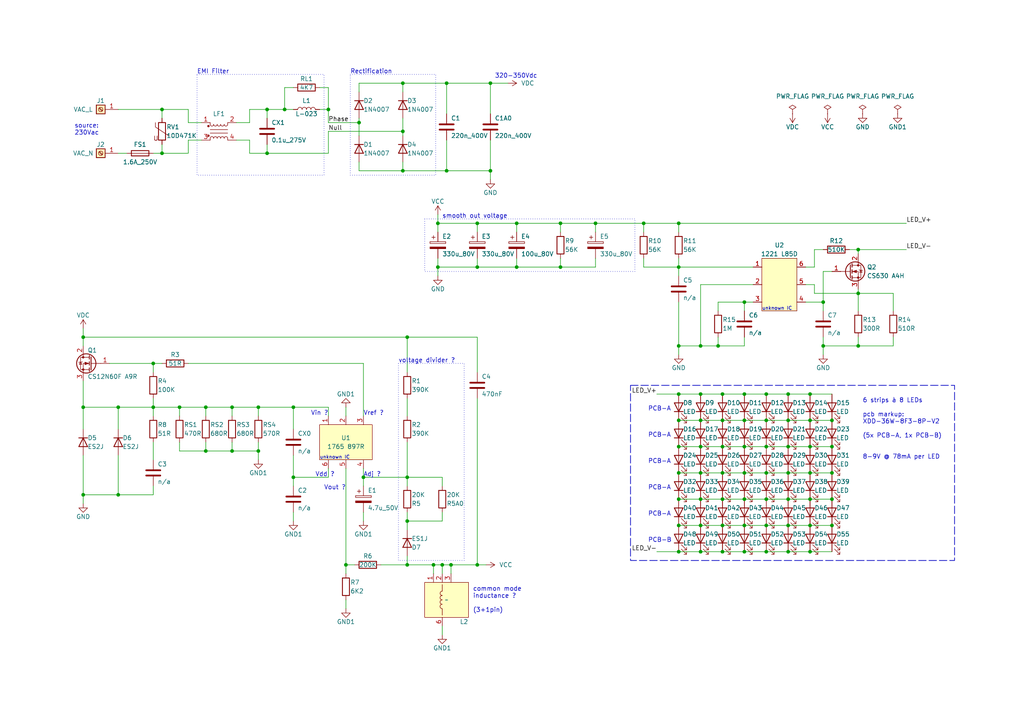
<source format=kicad_sch>
(kicad_sch (version 20230121) (generator eeschema)
  (paper "A4")
  (title_block (title "LED controller: XDD-1765-EMC-B-V0") (date "2024-02-03") (rev "1.0") (comment 1 "Lamp: EGLO 97879 - Frania-S, 43cm, round, 33.5W") (comment 2 "Controller: RCL-A-36W") (comment 3 "Input: 220-240V AC 50/60Hz 172mA") (comment 4 "Output: 54V DC 620mA") (comment 5 "48 LEDs (6 strips à 8 LEDs)"))
  (lib_symbols
    (symbol "Connector:Screw_Terminal_01x01" (pin_names (offset 1.016) hide)
      (property "Reference" "J" (at 0 2.54 0))
      (property "Value" "Screw_Terminal_01x01" (at 0 -2.54 0))
      (symbol "Screw_Terminal_01x01_1_1"
        (pin passive line (at -5.08 0 0) (length 3.81) (name "Pin_1") (number "1"))
      )
    )
    (symbol "Device:C" (pin_numbers hide) (pin_names (offset 0.254))
      (property "Reference" "C" (at 0.635 2.54 0))
      (property "Value" "C" (at 0.635 -2.54 0))
      (symbol "C_1_1"
        (pin passive line (at 0 3.81 270) (length 2.794) (name "~") (number "1"))
        (pin passive line (at 0 -3.81 90) (length 2.794) (name "~") (number "2"))
      )
    )
    (symbol "Device:C_Polarized" (pin_numbers hide) (pin_names (offset 0.254))
      (property "Reference" "C" (at 0.635 2.54 0))
      (property "Value" "C_Polarized" (at 0.635 -2.54 0))
      (symbol "C_Polarized_1_1"
        (pin passive line (at 0 3.81 270) (length 2.794) (name "~") (number "1"))
        (pin passive line (at 0 -3.81 90) (length 2.794) (name "~") (number "2"))
      )
    )
    (symbol "Device:Fuse" (pin_numbers hide) (pin_names (offset 0))
      (property "Reference" "F" (at 2.032 0 90))
      (property "Value" "Fuse" (at -1.905 0 90))
      (symbol "Fuse_1_1"
        (pin passive line (at 0 3.81 270) (length 1.27) (name "~") (number "1"))
        (pin passive line (at 0 -3.81 90) (length 1.27) (name "~") (number "2"))
      )
    )
    (symbol "Device:L" (pin_numbers hide) (pin_names (offset 1.016) hide)
      (property "Reference" "L" (at -1.27 0 90))
      (property "Value" "L" (at 1.905 0 90))
      (symbol "L_1_1"
        (pin passive line (at 0 3.81 270) (length 1.27) (name "1") (number "1"))
        (pin passive line (at 0 -3.81 90) (length 1.27) (name "2") (number "2"))
      )
    )
    (symbol "Device:LED" (pin_numbers hide) (pin_names (offset 1.016) hide)
      (property "Reference" "D" (at 0 2.54 0))
      (property "Value" "LED" (at 0 -2.54 0))
      (symbol "LED_1_1"
        (pin passive line (at -3.81 0 0) (length 2.54) (name "K") (number "1"))
        (pin passive line (at 3.81 0 180) (length 2.54) (name "A") (number "2"))
      )
    )
    (symbol "Device:L_Iron_Coupled" (pin_names (offset 0.254) hide)
      (property "Reference" "L" (at 0 4.445 0))
      (property "Value" "L_Iron_Coupled" (at 0 -4.445 0))
      (symbol "L_Iron_Coupled_1_1"
        (pin passive line (at -5.08 2.54 0) (length 2.54) (name "1") (number "1"))
        (pin passive line (at 5.08 2.54 180) (length 2.54) (name "2") (number "2"))
        (pin passive line (at -5.08 -2.54 0) (length 2.54) (name "3") (number "3"))
        (pin passive line (at 5.08 -2.54 180) (length 2.54) (name "4") (number "4"))
      )
    )
    (symbol "Device:R" (pin_numbers hide) (pin_names (offset 0))
      (property "Reference" "R" (at 2.032 0 90))
      (property "Value" "R" (at 0 0 90))
      (symbol "R_1_1"
        (pin passive line (at 0 3.81 270) (length 1.27) (name "~") (number "1"))
        (pin passive line (at 0 -3.81 90) (length 1.27) (name "~") (number "2"))
      )
    )
    (symbol "Device:Varistor" (pin_numbers hide) (pin_names (offset 0))
      (property "Reference" "RV" (at 3.175 0 90))
      (property "Value" "Varistor" (at -3.175 0 90))
      (symbol "Varistor_0_0"
        (text "U" (at -1.778 -2.032 0) (effects (font (size 1.27 1.27))))
      )
      (symbol "Varistor_1_1"
        (pin passive line (at 0 3.81 270) (length 1.27) (name "~") (number "1"))
        (pin passive line (at 0 -3.81 90) (length 1.27) (name "~") (number "2"))
      )
    )
    (symbol "Diode:1N4007" (pin_numbers hide) (pin_names hide)
      (property "Reference" "D" (at 0 2.54 0))
      (property "Value" "1N4007" (at 0 -2.54 0))
      (symbol "1N4007_1_1"
        (pin passive line (at -3.81 0 0) (length 2.54) (name "K") (number "1"))
        (pin passive line (at 3.81 0 180) (length 2.54) (name "A") (number "2"))
      )
    )
    (symbol "Diode:S2JTR" (pin_numbers hide) (pin_names hide)
      (property "Reference" "D" (at 0 2.54 0))
      (property "Value" "S2JTR" (at 0 -2.54 0))
      (symbol "S2JTR_1_1"
        (pin passive line (at -3.81 0 0) (length 2.54) (name "K") (number "1"))
        (pin passive line (at 3.81 0 180) (length 2.54) (name "A") (number "2"))
      )
    )
    (symbol "ProjectLibrary:IC_1221_L85D"
      (property "Reference" "U" (at 0 1.27 0))
      (property "Value" "1221_L85D" (at 0 -1.27 0))
      (symbol "IC_1221_L85D_1_1"
        (pin unspecified line (at -5.08 -7.62 90) (length 2.54) (name "") (number "1"))
        (pin unspecified line (at 0 -7.62 90) (length 2.54) (name "") (number "2"))
        (pin unspecified line (at 5.08 -7.62 90) (length 2.54) (name "") (number "3"))
        (pin unspecified line (at 5.08 7.62 270) (length 2.54) (name "") (number "4"))
        (pin unspecified line (at 0 7.62 270) (length 2.54) (name "") (number "5"))
        (pin unspecified line (at -5.08 7.62 270) (length 2.54) (name "") (number "6"))
      )
    )
    (symbol "ProjectLibrary:IC_1765_897R"
      (property "Reference" "U" (at 0 1.27 0))
      (property "Value" "1765_897R" (at 0 -1.27 0))
      (symbol "IC_1765_897R_1_1"
        (pin unspecified line (at -5.08 -7.62 90) (length 2.54) (name "") (number "1"))
        (pin unspecified line (at 0 -7.62 90) (length 2.54) (name "") (number "2"))
        (pin unspecified line (at 5.08 -7.62 90) (length 2.54) (name "") (number "3"))
        (pin unspecified line (at 5.08 7.62 270) (length 2.54) (name "") (number "4"))
        (pin unspecified line (at 0 7.62 270) (length 2.54) (name "") (number "5"))
        (pin unspecified line (at -5.08 7.62 270) (length 2.54) (name "") (number "6"))
      )
    )
    (symbol "ProjectLibrary:unknown_L"
      (property "Reference" "L" (at 0 0 0))
      (symbol "unknown_L_1_1"
        (pin unspecified line (at -3.81 7.62 270) (length 2.54) (name "") (number "1"))
        (pin unspecified line (at -1.27 7.62 270) (length 2.54) (name "") (number "2"))
        (pin unspecified line (at 1.27 7.62 270) (length 2.54) (name "") (number "3"))
        (pin no_connect line (at 3.81 7.62 270) (length 2.54) hide (name "") (number "4"))
        (pin no_connect line (at -3.81 -7.62 90) (length 2.54) hide (name "") (number "5"))
        (pin unspecified line (at -1.27 -7.62 90) (length 2.54) (name "") (number "6"))
        (pin no_connect line (at 1.27 -7.62 90) (length 2.54) hide (name "") (number "7"))
        (pin no_connect line (at 3.81 -7.62 90) (length 2.54) hide (name "") (number "8"))
      )
    )
    (symbol "Transistor_FET:BUZ11" (pin_names hide)
      (property "Reference" "Q" (at 6.35 1.905 0))
      (property "Value" "BUZ11" (at 6.35 0 0))
      (symbol "BUZ11_1_1"
        (pin input line (at -5.08 0 0) (length 2.54) (name "G") (number "1"))
        (pin passive line (at 2.54 5.08 270) (length 2.54) (name "D") (number "2"))
        (pin passive line (at 2.54 -5.08 90) (length 2.54) (name "S") (number "3"))
      )
    )
    (symbol "Transistor_FET:QM6006D" (pin_names hide)
      (property "Reference" "Q" (at 5.08 1.905 0))
      (property "Value" "QM6006D" (at 5.08 0 0))
      (symbol "QM6006D_1_1"
        (pin input line (at -5.08 0 0) (length 2.54) (name "G") (number "1"))
        (pin passive line (at 2.54 5.08 270) (length 2.54) (name "D") (number "2"))
        (pin passive line (at 2.54 -5.08 90) (length 2.54) (name "S") (number "3"))
      )
    )
    (symbol "power:GND" (power) (pin_names (offset 0))
      (property "Value" "GND" (at 0 -3.81 0))
      (symbol "GND_1_1"
        (pin power_in line (at 0 0 270) (length 0) hide (name "GND") (number "1"))
      )
    )
    (symbol "power:GND1" (power) (pin_names (offset 0))
      (property "Value" "GND1" (at 0 -3.81 0))
      (symbol "GND1_1_1"
        (pin power_in line (at 0 0 270) (length 0) hide (name "GND1") (number "1"))
      )
    )
    (symbol "power:PWR_FLAG" (power) (pin_numbers hide) (pin_names (offset 0) hide)
      (property "Value" "PWR_FLAG" (at 0 3.81 0))
      (symbol "PWR_FLAG_0_0"
        (pin power_out line (at 0 0 90) (length 0) (name "pwr") (number "1"))
      )
    )
    (symbol "power:VCC" (power) (pin_names (offset 0))
      (property "Value" "VCC" (at 0 3.81 0))
      (symbol "VCC_1_1"
        (pin power_in line (at 0 0 90) (length 0) hide (name "VCC") (number "1"))
      )
    )
    (symbol "power:VDC" (power) (pin_names (offset 0))
      (property "Value" "VDC" (at 0 6.35 0))
      (symbol "VDC_1_1"
        (pin power_in line (at 0 0 90) (length 0) hide (name "VDC") (number "1"))
      )
    )
  )
  (junction (at 209.55 114.3))
  (junction (at 234.95 160.02))
  (junction (at 46.99 44.45))
  (junction (at 129.54 49.53))
  (junction (at 196.85 121.92))
  (junction (at 203.2 129.54))
  (junction (at 215.9 114.3))
  (junction (at 24.13 143.51))
  (junction (at 248.92 100.33))
  (junction (at 215.9 87.63))
  (junction (at 228.6 121.92))
  (junction (at 241.3 137.16))
  (junction (at 196.85 64.77))
  (junction (at 203.2 114.3))
  (junction (at 208.28 100.33))
  (junction (at 228.6 152.4))
  (junction (at 196.85 114.3))
  (junction (at 138.43 77.47))
  (junction (at 209.55 160.02))
  (junction (at 149.86 64.77))
  (junction (at 222.25 144.78))
  (junction (at 128.27 163.83))
  (junction (at 85.09 118.11))
  (junction (at 52.07 118.11))
  (junction (at 116.84 24.13))
  (junction (at 59.69 118.11))
  (junction (at 234.95 152.4))
  (junction (at 222.25 152.4))
  (junction (at 149.86 77.47))
  (junction (at 203.2 137.16))
  (junction (at 238.76 100.33))
  (junction (at 241.3 121.92))
  (junction (at 196.85 100.33))
  (junction (at 234.95 144.78))
  (junction (at 241.3 144.78))
  (junction (at 95.25 31.75))
  (junction (at 138.43 163.83))
  (junction (at 248.92 85.09))
  (junction (at 196.85 152.4))
  (junction (at 129.54 24.13))
  (junction (at 77.47 31.75))
  (junction (at 125.73 163.83))
  (junction (at 196.85 129.54))
  (junction (at 34.29 143.51))
  (junction (at 138.43 64.77))
  (junction (at 209.55 137.16))
  (junction (at 24.13 97.79))
  (junction (at 234.95 114.3))
  (junction (at 127 64.77))
  (junction (at 215.9 121.92))
  (junction (at 59.69 130.81))
  (junction (at 228.6 129.54))
  (junction (at 118.11 97.79))
  (junction (at 104.14 35.56))
  (junction (at 142.24 24.13))
  (junction (at 142.24 49.53))
  (junction (at 209.55 121.92))
  (junction (at 85.09 138.43))
  (junction (at 238.76 87.63))
  (junction (at 203.2 144.78))
  (junction (at 162.56 77.47))
  (junction (at 228.6 160.02))
  (junction (at 82.55 31.75))
  (junction (at 116.84 38.1))
  (junction (at 186.69 64.77))
  (junction (at 248.92 72.39))
  (junction (at 209.55 152.4))
  (junction (at 24.13 118.11))
  (junction (at 196.85 77.47))
  (junction (at 222.25 137.16))
  (junction (at 209.55 144.78))
  (junction (at 34.29 118.11))
  (junction (at 222.25 160.02))
  (junction (at 203.2 152.4))
  (junction (at 241.3 129.54))
  (junction (at 241.3 152.4))
  (junction (at 234.95 137.16))
  (junction (at 234.95 121.92))
  (junction (at 215.9 137.16))
  (junction (at 234.95 129.54))
  (junction (at 222.25 129.54))
  (junction (at 74.93 130.81))
  (junction (at 196.85 160.02))
  (junction (at 46.99 31.75))
  (junction (at 118.11 151.13))
  (junction (at 222.25 121.92))
  (junction (at 127 77.47))
  (junction (at 172.72 64.77))
  (junction (at 196.85 144.78))
  (junction (at 77.47 44.45))
  (junction (at 118.11 138.43))
  (junction (at 215.9 152.4))
  (junction (at 74.93 118.11))
  (junction (at 100.33 163.83))
  (junction (at 118.11 163.83))
  (junction (at 116.84 49.53))
  (junction (at 209.55 129.54))
  (junction (at 228.6 137.16))
  (junction (at 162.56 64.77))
  (junction (at 196.85 137.16))
  (junction (at 44.45 105.41))
  (junction (at 203.2 160.02))
  (junction (at 215.9 160.02))
  (junction (at 215.9 144.78))
  (junction (at 105.41 138.43))
  (junction (at 228.6 114.3))
  (junction (at 130.81 163.83))
  (junction (at 67.31 130.81))
  (junction (at 44.45 118.11))
  (junction (at 222.25 114.3))
  (junction (at 228.6 144.78))
  (junction (at 215.9 129.54))
  (junction (at 203.2 121.92))
  (junction (at 67.31 118.11))
  (junction (at 203.2 100.33))
  (wire (pts (xy 238.76 78.74) (xy 238.76 87.63)))
  (wire (pts (xy 209.55 129.54) (xy 215.9 129.54)))
  (wire (pts (xy 196.85 137.16) (xy 203.2 137.16)))
  (wire (pts (xy 116.84 34.29) (xy 116.84 38.1)))
  (wire (pts (xy 85.09 25.4) (xy 82.55 25.4)))
  (wire (pts (xy 118.11 163.83) (xy 118.11 161.29)))
  (wire (pts (xy 130.81 163.83) (xy 138.43 163.83)))
  (wire (pts (xy 222.25 129.54) (xy 228.6 129.54)))
  (wire (pts (xy 138.43 77.47) (xy 127 77.47)))
  (wire (pts (xy 72.39 35.56) (xy 72.39 31.75)))
  (wire (pts (xy 234.95 160.02) (xy 241.3 160.02)))
  (wire (pts (xy 149.86 77.47) (xy 162.56 77.47)))
  (wire (pts (xy 95.25 38.1) (xy 116.84 38.1)))
  (wire (pts (xy 215.9 97.79) (xy 215.9 100.33)))
  (wire (pts (xy 186.69 64.77) (xy 196.85 64.77)))
  (wire (pts (xy 203.2 137.16) (xy 209.55 137.16)))
  (wire (pts (xy 95.25 31.75) (xy 95.25 35.56)))
  (wire (pts (xy 228.6 137.16) (xy 234.95 137.16)))
  (wire (pts (xy 44.45 128.27) (xy 44.45 133.35)))
  (wire (pts (xy 215.9 137.16) (xy 222.25 137.16)))
  (wire (pts (xy 236.22 72.39) (xy 236.22 77.47)))
  (wire (pts (xy 95.25 135.89) (xy 95.25 138.43)))
  (wire (pts (xy 100.33 135.89) (xy 100.33 163.83)))
  (wire (pts (xy 140.97 163.83) (xy 138.43 163.83)))
  (wire (pts (xy 54.61 105.41) (xy 105.41 105.41)))
  (wire (pts (xy 128.27 148.59) (xy 128.27 151.13)))
  (wire (pts (xy 104.14 34.29) (xy 104.14 35.56)))
  (wire (pts (xy 222.25 121.92) (xy 228.6 121.92)))
  (wire (pts (xy 95.25 35.56) (xy 104.14 35.56)))
  (wire (pts (xy 52.07 118.11) (xy 59.69 118.11)))
  (wire (pts (xy 238.76 100.33) (xy 248.92 100.33)))
  (wire (pts (xy 118.11 97.79) (xy 118.11 107.95)))
  (wire (pts (xy 129.54 40.64) (xy 129.54 49.53)))
  (wire (pts (xy 59.69 118.11) (xy 59.69 120.65)))
  (wire (pts (xy 236.22 82.55) (xy 236.22 85.09)))
  (wire (pts (xy 234.95 144.78) (xy 241.3 144.78)))
  (wire (pts (xy 209.55 144.78) (xy 215.9 144.78)))
  (wire (pts (xy 118.11 138.43) (xy 128.27 138.43)))
  (wire (pts (xy 209.55 160.02) (xy 215.9 160.02)))
  (wire (pts (xy 215.9 152.4) (xy 222.25 152.4)))
  (wire (pts (xy 34.29 143.51) (xy 34.29 132.08)))
  (wire (pts (xy 52.07 118.11) (xy 52.07 120.65)))
  (wire (pts (xy 34.29 118.11) (xy 24.13 118.11)))
  (wire (pts (xy 104.14 24.13) (xy 116.84 24.13)))
  (wire (pts (xy 228.6 152.4) (xy 234.95 152.4)))
  (wire (pts (xy 118.11 163.83) (xy 125.73 163.83)))
  (wire (pts (xy 44.45 115.57) (xy 44.45 118.11)))
  (wire (pts (xy 104.14 49.53) (xy 116.84 49.53)))
  (wire (pts (xy 233.68 82.55) (xy 236.22 82.55)))
  (wire (pts (xy 162.56 74.93) (xy 162.56 77.47)))
  (wire (pts (xy 118.11 138.43) (xy 118.11 140.97)))
  (wire (pts (xy 142.24 49.53) (xy 129.54 49.53)))
  (wire (pts (xy 74.93 118.11) (xy 85.09 118.11)))
  (wire (pts (xy 162.56 67.31) (xy 162.56 64.77)))
  (wire (pts (xy 44.45 140.97) (xy 44.45 143.51)))
  (wire (pts (xy 162.56 77.47) (xy 172.72 77.47)))
  (wire (pts (xy 234.95 121.92) (xy 241.3 121.92)))
  (wire (pts (xy 116.84 38.1) (xy 116.84 39.37)))
  (wire (pts (xy 203.2 100.33) (xy 203.2 82.55)))
  (wire (pts (xy 129.54 24.13) (xy 116.84 24.13)))
  (wire (pts (xy 138.43 64.77) (xy 138.43 67.31)))
  (wire (pts (xy 24.13 132.08) (xy 24.13 143.51)))
  (wire (pts (xy 125.73 163.83) (xy 128.27 163.83)))
  (wire (pts (xy 125.73 163.83) (xy 125.73 166.37)))
  (wire (pts (xy 248.92 100.33) (xy 259.08 100.33)))
  (wire (pts (xy 118.11 151.13) (xy 128.27 151.13)))
  (wire (pts (xy 54.61 44.45) (xy 46.99 44.45)))
  (wire (pts (xy 228.6 129.54) (xy 234.95 129.54)))
  (wire (pts (xy 24.13 110.49) (xy 24.13 118.11)))
  (wire (pts (xy 228.6 160.02) (xy 234.95 160.02)))
  (wire (pts (xy 246.38 72.39) (xy 248.92 72.39)))
  (wire (pts (xy 203.2 82.55) (xy 218.44 82.55)))
  (wire (pts (xy 142.24 40.64) (xy 142.24 49.53)))
  (wire (pts (xy 209.55 137.16) (xy 215.9 137.16)))
  (wire (pts (xy 222.25 137.16) (xy 228.6 137.16)))
  (wire (pts (xy 105.41 148.59) (xy 105.41 151.13)))
  (wire (pts (xy 234.95 152.4) (xy 241.3 152.4)))
  (wire (pts (xy 34.29 44.45) (xy 36.83 44.45)))
  (wire (pts (xy 24.13 97.79) (xy 118.11 97.79)))
  (wire (pts (xy 24.13 143.51) (xy 34.29 143.51)))
  (wire (pts (xy 186.69 64.77) (xy 186.69 67.31)))
  (wire (pts (xy 74.93 130.81) (xy 74.93 133.35)))
  (wire (pts (xy 72.39 44.45) (xy 77.47 44.45)))
  (wire (pts (xy 92.71 31.75) (xy 95.25 31.75)))
  (wire (pts (xy 82.55 31.75) (xy 85.09 31.75)))
  (wire (pts (xy 67.31 118.11) (xy 74.93 118.11)))
  (wire (pts (xy 196.85 152.4) (xy 203.2 152.4)))
  (wire (pts (xy 203.2 160.02) (xy 209.55 160.02)))
  (wire (pts (xy 233.68 87.63) (xy 238.76 87.63)))
  (wire (pts (xy 248.92 73.66) (xy 248.92 72.39)))
  (wire (pts (xy 104.14 35.56) (xy 104.14 39.37)))
  (wire (pts (xy 215.9 129.54) (xy 222.25 129.54)))
  (wire (pts (xy 203.2 144.78) (xy 209.55 144.78)))
  (wire (pts (xy 209.55 152.4) (xy 215.9 152.4)))
  (wire (pts (xy 110.49 163.83) (xy 118.11 163.83)))
  (wire (pts (xy 100.33 118.11) (xy 100.33 120.65)))
  (wire (pts (xy 116.84 24.13) (xy 116.84 26.67)))
  (wire (pts (xy 130.81 163.83) (xy 130.81 166.37)))
  (wire (pts (xy 72.39 31.75) (xy 77.47 31.75)))
  (wire (pts (xy 24.13 97.79) (xy 24.13 100.33)))
  (wire (pts (xy 24.13 95.25) (xy 24.13 97.79)))
  (wire (pts (xy 196.85 64.77) (xy 262.89 64.77)))
  (wire (pts (xy 138.43 64.77) (xy 149.86 64.77)))
  (wire (pts (xy 238.76 97.79) (xy 238.76 100.33)))
  (wire (pts (xy 118.11 128.27) (xy 118.11 138.43)))
  (wire (pts (xy 222.25 114.3) (xy 228.6 114.3)))
  (wire (pts (xy 142.24 24.13) (xy 142.24 33.02)))
  (wire (pts (xy 118.11 153.67) (xy 118.11 151.13)))
  (wire (pts (xy 77.47 44.45) (xy 95.25 44.45)))
  (wire (pts (xy 128.27 163.83) (xy 128.27 166.37)))
  (wire (pts (xy 128.27 138.43) (xy 128.27 140.97)))
  (wire (pts (xy 215.9 121.92) (xy 222.25 121.92)))
  (wire (pts (xy 215.9 144.78) (xy 222.25 144.78)))
  (wire (pts (xy 172.72 74.93) (xy 172.72 77.47)))
  (wire (pts (xy 138.43 74.93) (xy 138.43 77.47)))
  (wire (pts (xy 68.58 35.56) (xy 72.39 35.56)))
  (wire (pts (xy 196.85 77.47) (xy 218.44 77.47)))
  (wire (pts (xy 196.85 77.47) (xy 196.85 74.93)))
  (wire (pts (xy 196.85 121.92) (xy 203.2 121.92)))
  (wire (pts (xy 77.47 31.75) (xy 82.55 31.75)))
  (wire (pts (xy 238.76 100.33) (xy 238.76 102.87)))
  (wire (pts (xy 203.2 121.92) (xy 209.55 121.92)))
  (wire (pts (xy 172.72 64.77) (xy 186.69 64.77)))
  (wire (pts (xy 208.28 100.33) (xy 215.9 100.33)))
  (wire (pts (xy 127 62.23) (xy 127 64.77)))
  (wire (pts (xy 248.92 72.39) (xy 262.89 72.39)))
  (wire (pts (xy 190.5 160.02) (xy 196.85 160.02)))
  (wire (pts (xy 59.69 130.81) (xy 59.69 128.27)))
  (wire (pts (xy 208.28 97.79) (xy 208.28 100.33)))
  (wire (pts (xy 34.29 124.46) (xy 34.29 118.11)))
  (wire (pts (xy 100.33 163.83) (xy 100.33 166.37)))
  (wire (pts (xy 215.9 160.02) (xy 222.25 160.02)))
  (wire (pts (xy 67.31 128.27) (xy 67.31 130.81)))
  (wire (pts (xy 24.13 143.51) (xy 24.13 146.05)))
  (wire (pts (xy 138.43 115.57) (xy 138.43 163.83)))
  (wire (pts (xy 54.61 40.64) (xy 54.61 44.45)))
  (wire (pts (xy 186.69 74.93) (xy 186.69 77.47)))
  (wire (pts (xy 105.41 138.43) (xy 118.11 138.43)))
  (wire (pts (xy 228.6 114.3) (xy 234.95 114.3)))
  (wire (pts (xy 24.13 118.11) (xy 24.13 124.46)))
  (wire (pts (xy 118.11 151.13) (xy 118.11 148.59)))
  (wire (pts (xy 127 77.47) (xy 127 74.93)))
  (wire (pts (xy 72.39 40.64) (xy 72.39 44.45)))
  (wire (pts (xy 203.2 152.4) (xy 209.55 152.4)))
  (wire (pts (xy 142.24 24.13) (xy 147.32 24.13)))
  (wire (pts (xy 52.07 130.81) (xy 52.07 128.27)))
  (wire (pts (xy 196.85 77.47) (xy 196.85 80.01)))
  (wire (pts (xy 234.95 137.16) (xy 241.3 137.16)))
  (wire (pts (xy 67.31 130.81) (xy 74.93 130.81)))
  (wire (pts (xy 95.25 25.4) (xy 95.25 31.75)))
  (wire (pts (xy 203.2 129.54) (xy 209.55 129.54)))
  (wire (pts (xy 44.45 107.95) (xy 44.45 105.41)))
  (wire (pts (xy 149.86 64.77) (xy 162.56 64.77)))
  (wire (pts (xy 44.45 118.11) (xy 44.45 120.65)))
  (wire (pts (xy 58.42 35.56) (xy 54.61 35.56)))
  (wire (pts (xy 222.25 144.78) (xy 228.6 144.78)))
  (wire (pts (xy 138.43 97.79) (xy 138.43 107.95)))
  (wire (pts (xy 222.25 152.4) (xy 228.6 152.4)))
  (wire (pts (xy 196.85 100.33) (xy 203.2 100.33)))
  (wire (pts (xy 95.25 120.65) (xy 95.25 118.11)))
  (wire (pts (xy 105.41 138.43) (xy 105.41 140.97)))
  (wire (pts (xy 59.69 130.81) (xy 52.07 130.81)))
  (wire (pts (xy 248.92 90.17) (xy 248.92 85.09)))
  (wire (pts (xy 104.14 26.67) (xy 104.14 24.13)))
  (wire (pts (xy 105.41 138.43) (xy 105.41 135.89)))
  (wire (pts (xy 196.85 129.54) (xy 203.2 129.54)))
  (wire (pts (xy 100.33 163.83) (xy 102.87 163.83)))
  (wire (pts (xy 259.08 85.09) (xy 259.08 90.17)))
  (wire (pts (xy 44.45 44.45) (xy 46.99 44.45)))
  (wire (pts (xy 129.54 49.53) (xy 116.84 49.53)))
  (wire (pts (xy 127 64.77) (xy 127 67.31)))
  (wire (pts (xy 82.55 25.4) (xy 82.55 31.75)))
  (wire (pts (xy 105.41 105.41) (xy 105.41 120.65)))
  (wire (pts (xy 44.45 118.11) (xy 52.07 118.11)))
  (wire (pts (xy 85.09 138.43) (xy 85.09 140.97)))
  (wire (pts (xy 44.45 105.41) (xy 46.99 105.41)))
  (wire (pts (xy 234.95 129.54) (xy 241.3 129.54)))
  (wire (pts (xy 203.2 100.33) (xy 208.28 100.33)))
  (wire (pts (xy 215.9 87.63) (xy 218.44 87.63)))
  (wire (pts (xy 215.9 87.63) (xy 208.28 87.63)))
  (wire (pts (xy 67.31 118.11) (xy 67.31 120.65)))
  (wire (pts (xy 127 64.77) (xy 138.43 64.77)))
  (wire (pts (xy 118.11 97.79) (xy 138.43 97.79)))
  (wire (pts (xy 77.47 31.75) (xy 77.47 34.29)))
  (wire (pts (xy 241.3 78.74) (xy 238.76 78.74)))
  (wire (pts (xy 234.95 114.3) (xy 241.3 114.3)))
  (wire (pts (xy 58.42 40.64) (xy 54.61 40.64)))
  (wire (pts (xy 104.14 49.53) (xy 104.14 46.99)))
  (wire (pts (xy 129.54 24.13) (xy 129.54 33.02)))
  (wire (pts (xy 248.92 83.82) (xy 248.92 85.09)))
  (wire (pts (xy 127 77.47) (xy 127 80.01)))
  (wire (pts (xy 203.2 114.3) (xy 209.55 114.3)))
  (wire (pts (xy 248.92 85.09) (xy 259.08 85.09)))
  (wire (pts (xy 85.09 148.59) (xy 85.09 151.13)))
  (wire (pts (xy 228.6 144.78) (xy 234.95 144.78)))
  (wire (pts (xy 100.33 173.99) (xy 100.33 176.53)))
  (wire (pts (xy 54.61 35.56) (xy 54.61 31.75)))
  (wire (pts (xy 34.29 31.75) (xy 46.99 31.75)))
  (wire (pts (xy 85.09 118.11) (xy 85.09 124.46)))
  (wire (pts (xy 215.9 114.3) (xy 222.25 114.3)))
  (wire (pts (xy 34.29 118.11) (xy 44.45 118.11)))
  (wire (pts (xy 238.76 87.63) (xy 238.76 90.17)))
  (wire (pts (xy 142.24 49.53) (xy 142.24 52.07)))
  (wire (pts (xy 190.5 114.3) (xy 196.85 114.3)))
  (wire (pts (xy 149.86 74.93) (xy 149.86 77.47)))
  (wire (pts (xy 142.24 24.13) (xy 129.54 24.13)))
  (wire (pts (xy 248.92 97.79) (xy 248.92 100.33)))
  (wire (pts (xy 77.47 41.91) (xy 77.47 44.45)))
  (wire (pts (xy 208.28 87.63) (xy 208.28 90.17)))
  (wire (pts (xy 236.22 85.09) (xy 248.92 85.09)))
  (wire (pts (xy 196.85 114.3) (xy 203.2 114.3)))
  (wire (pts (xy 196.85 160.02) (xy 203.2 160.02)))
  (wire (pts (xy 59.69 118.11) (xy 67.31 118.11)))
  (wire (pts (xy 138.43 77.47) (xy 149.86 77.47)))
  (wire (pts (xy 85.09 138.43) (xy 95.25 138.43)))
  (wire (pts (xy 67.31 130.81) (xy 59.69 130.81)))
  (wire (pts (xy 95.25 38.1) (xy 95.25 44.45)))
  (wire (pts (xy 196.85 87.63) (xy 196.85 100.33)))
  (wire (pts (xy 222.25 160.02) (xy 228.6 160.02)))
  (wire (pts (xy 34.29 143.51) (xy 44.45 143.51)))
  (wire (pts (xy 215.9 87.63) (xy 215.9 90.17)))
  (wire (pts (xy 46.99 41.91) (xy 46.99 44.45)))
  (wire (pts (xy 85.09 118.11) (xy 95.25 118.11)))
  (wire (pts (xy 209.55 121.92) (xy 215.9 121.92)))
  (wire (pts (xy 31.75 105.41) (xy 44.45 105.41)))
  (wire (pts (xy 46.99 31.75) (xy 54.61 31.75)))
  (wire (pts (xy 162.56 64.77) (xy 172.72 64.77)))
  (wire (pts (xy 172.72 67.31) (xy 172.72 64.77)))
  (wire (pts (xy 128.27 181.61) (xy 128.27 184.15)))
  (wire (pts (xy 118.11 115.57) (xy 118.11 120.65)))
  (wire (pts (xy 92.71 25.4) (xy 95.25 25.4)))
  (wire (pts (xy 186.69 77.47) (xy 196.85 77.47)))
  (wire (pts (xy 228.6 121.92) (xy 234.95 121.92)))
  (wire (pts (xy 233.68 77.47) (xy 236.22 77.47)))
  (wire (pts (xy 209.55 114.3) (xy 215.9 114.3)))
  (wire (pts (xy 68.58 40.64) (xy 72.39 40.64)))
  (wire (pts (xy 74.93 128.27) (xy 74.93 130.81)))
  (wire (pts (xy 116.84 49.53) (xy 116.84 46.99)))
  (wire (pts (xy 85.09 138.43) (xy 85.09 132.08)))
  (wire (pts (xy 196.85 64.77) (xy 196.85 67.31)))
  (wire (pts (xy 196.85 144.78) (xy 203.2 144.78)))
  (wire (pts (xy 259.08 97.79) (xy 259.08 100.33)))
  (wire (pts (xy 128.27 163.83) (xy 130.81 163.83)))
  (wire (pts (xy 74.93 118.11) (xy 74.93 120.65)))
  (wire (pts (xy 46.99 31.75) (xy 46.99 34.29)))
  (wire (pts (xy 196.85 100.33) (xy 196.85 102.87)))
  (wire (pts (xy 149.86 67.31) (xy 149.86 64.77)))
  (wire (pts (xy 238.76 72.39) (xy 236.22 72.39)))
  (rectangle (start 182.88 111.76) (end 276.86 162.56) (stroke (width 0.2) (type dash)))
  (rectangle (start 115.57 105.41) (end 134.62 162.56) (stroke (width 0) (type dot)))
  (rectangle (start 123.19 63.5) (end 184.15 78.74) (stroke (width 0) (type dot)))
  (rectangle (start 101.6 21.59) (end 126.365 50.8) (stroke (width 0) (type dot)))
  (rectangle (start 57.15 21.59) (end 93.98 50.8) (stroke (width 0) (type dot)))
  (text "320-350Vdc" (at 143.51 22.86 0) (effects (font (size 1.27 1.27)) (justify left bottom)))
  (text "unknown IC" (at 92.71 133.35 0) (effects (font (size 1 1)) (justify left bottom)))
  (text "Adj ?" (at 105.41 138.43 0) (effects (font (size 1.27 1.27)) (justify left bottom)))
  (text "PCB-A" (at 187.96 134.62 0) (effects (font (size 1.27 1.27)) (justify left bottom)))
  (text "source:\n230Vac" (at 21.59 39.37 0) (effects (font (size 1.27 1.27)) (justify left bottom)))
  (text "EMI Filter" (at 57.15 21.59 0) (effects (font (size 1.27 1.27)) (justify left bottom)))
  (text "6 strips à 8 LEDs\n\npcb markup:\nXDD-36W-8F3-8P-V2\n\n(5x PCB-A, 1x PCB-B)\n\n\n8-9V @ 78mA per LED" (at 250.19 133.35 0) (effects (font (size 1.27 1.27)) (justify left bottom)))
  (text "Vref ?" (at 105.41 120.65 0) (effects (font (size 1.27 1.27)) (justify left bottom)))
  (text "voltage divider ?" (at 115.57 105.41 0) (effects (font (size 1.27 1.27)) (justify left bottom)))
  (text "common mode\ninductance ?\n\n(3+1pin)" (at 137.16 177.8 0) (effects (font (size 1.27 1.27)) (justify left bottom)))
  (text "Vin ?" (at 95.25 120.65 0) (effects (font (size 1.27 1.27)) (justify right bottom)))
  (text "Vout ?" (at 100.33 142.24 0) (effects (font (size 1.27 1.27)) (justify right bottom)))
  (text "PCB-B" (at 187.96 157.48 0) (effects (font (size 1.27 1.27)) (justify left bottom)))
  (text "smooth out voltage" (at 128.27 63.5 0) (effects (font (size 1.27 1.27)) (justify left bottom)))
  (text "PCB-A" (at 187.96 149.86 0) (effects (font (size 1.27 1.27)) (justify left bottom)))
  (text "PCB-A" (at 187.96 127 0) (effects (font (size 1.27 1.27)) (justify left bottom)))
  (text "Rectification" (at 101.6 21.59 0) (effects (font (size 1.27 1.27)) (justify left bottom)))
  (text "Vdd ?" (at 91.44 138.43 0) (effects (font (size 1.27 1.27)) (justify left bottom)))
  (text "PCB-A" (at 187.96 119.38 0) (effects (font (size 1.27 1.27)) (justify left bottom)))
  (text "unknown IC" (at 220.98 90.17 0) (effects (font (size 1 1)) (justify left bottom)))
  (text "PCB-A" (at 187.96 142.24 0) (effects (font (size 1.27 1.27)) (justify left bottom)))
  (label "LED_V+" (at 262.89 64.77 0))
  (label "Null" (at 95.25 38.1 0))
  (label "LED_V+" (at 190.5 114.3 180))
  (label "LED_V-" (at 262.89 72.39 0))
  (label "Phase" (at 95.25 35.56 0))
  (label "LED_V-" (at 190.5 160.02 180))
  (symbol (lib_id "Device:LED") (at 196.85 156.21 90) (unit 1)
    (property "Reference" "D48" (at 198.12 154.94 90) (effects (justify right)))
    (property "Value" "LED" (at 198.12 157.48 90) (effects (justify right)))
  )
  (symbol (lib_id "Device:LED") (at 209.55 156.21 90) (unit 1)
    (property "Reference" "D50" (at 210.82 154.94 90) (effects (justify right)))
    (property "Value" "LED" (at 210.82 157.48 90) (effects (justify right)))
  )
  (symbol (lib_id "ProjectLibrary:IC_1221_L85D") (at 226.06 82.55 270) (unit 1)
    (property "Reference" "U2" (at 226.06 71.12 90))
    (property "Value" "1221 L85D" (at 226.06 73.66 90))
    (property "Footprint" "Package_TO_SOT_SMD:SOT-23-6" (effects hide))
  )
  (symbol (lib_id "power:PWR_FLAG") (at 260.35 33.02 0) (unit 1)
    (property "Reference" "#FLG04" (effects hide))
    (property "Value" "PWR_FLAG" (at 260.35 27.94 0))
  )
  (symbol (lib_id "ProjectLibrary:IC_1765_897R") (at 100.33 128.27 0) (mirror x) (unit 1)
    (property "Reference" "U1" (at 100.33 127 0))
    (property "Value" "1765 897R" (at 100.33 129.54 0))
    (property "Footprint" "Package_TO_SOT_SMD:SOT-23-6" (effects hide))
  )
  (symbol (lib_id "Device:R") (at 196.85 71.12 0) (mirror y) (unit 1)
    (property "Reference" "R11" (at 198.12 69.85 0) (effects (justify right)))
    (property "Value" "56K" (at 198.12 72.39 0) (effects (justify right)))
  )
  (symbol (lib_id "Device:R") (at 248.92 93.98 0) (mirror y) (unit 1)
    (property "Reference" "R13" (at 250.19 92.71 0) (effects (justify right)))
    (property "Value" "300R" (at 250.19 95.25 0) (effects (justify right)))
  )
  (symbol (lib_id "Diode:1N4007") (at 104.14 43.18 270) (unit 1)
    (property "Reference" "D1" (at 105.41 41.91 90) (effects (justify left)))
    (property "Value" "1N4007" (at 105.41 44.45 90) (effects (justify left)))
    (property "Footprint" "Diode_THT:D_DO-41_SOD81_P10.16mm_Horizontal" (effects hide))
    (property "Datasheet" "http://www.vishay.com/docs/88503/1n4001.pdf" (effects hide))
    (property "Sim.Device" "D" (effects hide))
    (property "Sim.Pins" "1=K 2=A" (effects hide))
  )
  (symbol (lib_id "Device:LED") (at 203.2 156.21 90) (unit 1)
    (property "Reference" "D49" (at 204.47 154.94 90) (effects (justify right)))
    (property "Value" "LED" (at 204.47 157.48 90) (effects (justify right)))
  )
  (symbol (lib_id "Device:C") (at 44.45 137.16 0) (unit 1)
    (property "Reference" "C3" (at 45.72 134.62 0) (effects (justify left)))
    (property "Value" "n/a" (at 45.72 139.7 0) (effects (justify left)))
  )
  (symbol (lib_id "Device:LED") (at 196.85 118.11 90) (unit 1)
    (property "Reference" "D8" (at 198.12 116.84 90) (effects (justify right)))
    (property "Value" "LED" (at 198.12 119.38 90) (effects (justify right)))
  )
  (symbol (lib_id "Device:R") (at 100.33 170.18 0) (mirror y) (unit 1)
    (property "Reference" "R7" (at 101.6 168.91 0) (effects (justify right)))
    (property "Value" "6K2" (at 101.6 171.45 0) (effects (justify right)))
  )
  (symbol (lib_id "Device:LED") (at 196.85 140.97 90) (unit 1)
    (property "Reference" "D32" (at 198.12 139.7 90) (effects (justify right)))
    (property "Value" "LED" (at 198.12 142.24 90) (effects (justify right)))
  )
  (symbol (lib_id "Device:Fuse") (at 40.64 44.45 90) (unit 1)
    (property "Reference" "FS1" (at 40.64 41.91 90))
    (property "Value" "1.6A_250V" (at 40.64 46.99 90))
    (property "Footprint" "Fuse:Fuse_Littelfuse_395Series" (effects hide))
    (property "Datasheet" "https://cdn-reichelt.de/documents/datenblatt/C400/ESKA-KLEINSTSICHERUNGEN.pdf" (effects hide))
  )
  (symbol (lib_id "Device:LED") (at 215.9 118.11 90) (unit 1)
    (property "Reference" "D11" (at 217.17 116.84 90) (effects (justify right)))
    (property "Value" "LED" (at 217.17 119.38 90) (effects (justify right)))
  )
  (symbol (lib_id "power:VCC") (at 127 62.23 0) (unit 1)
    (property "Reference" "#PWR013" (effects hide))
    (property "Value" "VCC" (at 127 58.42 0))
  )
  (symbol (lib_id "Device:R") (at 88.9 25.4 90) (unit 1)
    (property "Reference" "RL1" (at 88.9 22.86 90))
    (property "Value" "4K7" (at 88.9 25.4 90))
  )
  (symbol (lib_id "power:GND1") (at 74.93 133.35 0) (unit 1)
    (property "Reference" "#PWR015" (effects hide))
    (property "Value" "GND1" (at 74.93 137.16 0))
  )
  (symbol (lib_id "Device:LED") (at 222.25 118.11 90) (unit 1)
    (property "Reference" "D12" (at 223.52 116.84 90) (effects (justify right)))
    (property "Value" "LED" (at 223.52 119.38 90) (effects (justify right)))
  )
  (symbol (lib_id "power:VCC") (at 140.97 163.83 270) (unit 1)
    (property "Reference" "#PWR09" (effects hide))
    (property "Value" "VCC" (at 144.78 163.83 90) (effects (justify left)))
  )
  (symbol (lib_id "Device:LED") (at 203.2 148.59 90) (unit 1)
    (property "Reference" "D41" (at 204.47 147.32 90) (effects (justify right)))
    (property "Value" "LED" (at 204.47 149.86 90) (effects (justify right)))
  )
  (symbol (lib_id "power:GND") (at 196.85 102.87 0) (unit 1)
    (property "Reference" "#PWR011" (effects hide))
    (property "Value" "GND" (at 196.85 106.68 0))
  )
  (symbol (lib_id "Device:L_Iron_Coupled") (at 63.5 38.1 0) (unit 1)
    (property "Reference" "LF1" (at 63.5 33.02 0))
    (property "Value" "L_Iron_Coupled" (effects hide))
  )
  (symbol (lib_id "Diode:1N4007") (at 104.14 30.48 270) (unit 1)
    (property "Reference" "D2" (at 105.41 29.21 90) (effects (justify left)))
    (property "Value" "1N4007" (at 105.41 31.75 90) (effects (justify left)))
    (property "Footprint" "Diode_THT:D_DO-41_SOD81_P10.16mm_Horizontal" (effects hide))
    (property "Datasheet" "http://www.vishay.com/docs/88503/1n4001.pdf" (effects hide))
    (property "Sim.Device" "D" (effects hide))
    (property "Sim.Pins" "1=K 2=A" (effects hide))
  )
  (symbol (lib_id "Device:LED") (at 234.95 118.11 90) (unit 1)
    (property "Reference" "D14" (at 236.22 116.84 90) (effects (justify right)))
    (property "Value" "LED" (at 236.22 119.38 90) (effects (justify right)))
  )
  (symbol (lib_id "Device:LED") (at 209.55 140.97 90) (unit 1)
    (property "Reference" "D34" (at 210.82 139.7 90) (effects (justify right)))
    (property "Value" "LED" (at 210.82 142.24 90) (effects (justify right)))
  )
  (symbol (lib_id "Diode:1N4007") (at 116.84 30.48 270) (unit 1)
    (property "Reference" "D3" (at 118.11 29.21 90) (effects (justify left)))
    (property "Value" "1N4007" (at 118.11 31.75 90) (effects (justify left)))
    (property "Footprint" "Diode_THT:D_DO-41_SOD81_P10.16mm_Horizontal" (effects hide))
    (property "Datasheet" "http://www.vishay.com/docs/88503/1n4001.pdf" (effects hide))
    (property "Sim.Device" "D" (effects hide))
    (property "Sim.Pins" "1=K 2=A" (effects hide))
  )
  (symbol (lib_id "Device:LED") (at 222.25 133.35 90) (unit 1)
    (property "Reference" "D28" (at 223.52 132.08 90) (effects (justify right)))
    (property "Value" "LED" (at 223.52 134.62 90) (effects (justify right)))
  )
  (symbol (lib_id "Device:R") (at 67.31 124.46 0) (unit 1)
    (property "Reference" "RS3" (at 68.58 123.19 0) (effects (justify left)))
    (property "Value" "680R" (at 68.58 125.73 0) (effects (justify left)))
  )
  (symbol (lib_id "Device:LED") (at 215.9 148.59 90) (unit 1)
    (property "Reference" "D43" (at 217.17 147.32 90) (effects (justify right)))
    (property "Value" "LED" (at 217.17 149.86 90) (effects (justify right)))
  )
  (symbol (lib_id "power:GND") (at 24.13 146.05 0) (unit 1)
    (property "Reference" "#PWR01" (effects hide))
    (property "Value" "GND" (at 24.13 149.86 0))
  )
  (symbol (lib_id "Diode:S2JTR") (at 118.11 157.48 90) (mirror x) (unit 1)
    (property "Reference" "D7" (at 119.38 158.75 90) (effects (justify right)))
    (property "Value" "ES1J" (at 119.38 156.21 90) (effects (justify right)))
    (property "Footprint" "Diode_SMD:D_SMB" (effects hide))
    (property "Datasheet" "https://datasheet.lcsc.com/lcsc/1912171423_High-Diode-ES1J_C466496.pdf" (effects hide))
    (property "Sim.Device" "D" (effects hide))
    (property "Sim.Pins" "1=K 2=A" (effects hide))
  )
  (symbol (lib_id "power:VDC") (at 24.13 95.25 0) (unit 1)
    (property "Reference" "#PWR03" (effects hide))
    (property "Value" "VDC" (at 24.13 91.44 0))
  )
  (symbol (lib_id "Device:LED") (at 222.25 148.59 90) (unit 1)
    (property "Reference" "D44" (at 223.52 147.32 90) (effects (justify right)))
    (property "Value" "LED" (at 223.52 149.86 90) (effects (justify right)))
  )
  (symbol (lib_id "Device:LED") (at 209.55 148.59 90) (unit 1)
    (property "Reference" "D42" (at 210.82 147.32 90) (effects (justify right)))
    (property "Value" "LED" (at 210.82 149.86 90) (effects (justify right)))
  )
  (symbol (lib_id "power:GND1") (at 100.33 176.53 0) (unit 1)
    (property "Reference" "#PWR05" (effects hide))
    (property "Value" "GND1" (at 100.33 180.34 0))
  )
  (symbol (lib_id "Device:R") (at 118.11 111.76 0) (unit 1)
    (property "Reference" "R1" (at 119.38 110.49 0) (effects (justify left)))
    (property "Value" "390K" (at 119.38 113.03 0) (effects (justify left)))
  )
  (symbol (lib_id "power:GND1") (at 105.41 151.13 0) (unit 1)
    (property "Reference" "#PWR010" (effects hide))
    (property "Value" "GND1" (at 105.41 154.94 0))
  )
  (symbol (lib_id "Diode:S2JTR") (at 34.29 128.27 270) (unit 1)
    (property "Reference" "D6" (at 35.56 127 90) (effects (justify left)))
    (property "Value" "ES2J" (at 35.56 129.54 90) (effects (justify left)))
    (property "Footprint" "Diode_SMD:D_SMB" (effects hide))
    (property "Datasheet" "https://datasheet.lcsc.com/lcsc/1912171424_High-Diode-ES2J_C466510.pdf" (effects hide))
    (property "Sim.Device" "D" (effects hide))
    (property "Sim.Pins" "1=K 2=A" (effects hide))
  )
  (symbol (lib_id "Device:R") (at 44.45 111.76 0) (unit 1)
    (property "Reference" "R4" (at 45.72 110.49 0) (effects (justify left)))
    (property "Value" "100K" (at 45.72 113.03 0) (effects (justify left)))
  )
  (symbol (lib_id "power:GND") (at 127 80.01 0) (unit 1)
    (property "Reference" "#PWR07" (effects hide))
    (property "Value" "GND" (at 127 83.82 0))
  )
  (symbol (lib_id "power:PWR_FLAG") (at 240.03 33.02 0) (unit 1)
    (property "Reference" "#FLG02" (effects hide))
    (property "Value" "PWR_FLAG" (at 240.03 27.94 0))
  )
  (symbol (lib_id "Device:LED") (at 215.9 133.35 90) (unit 1)
    (property "Reference" "D27" (at 217.17 132.08 90) (effects (justify right)))
    (property "Value" "LED" (at 217.17 134.62 90) (effects (justify right)))
  )
  (symbol (lib_id "power:GND") (at 142.24 52.07 0) (unit 1)
    (property "Reference" "#PWR016" (effects hide))
    (property "Value" "GND" (at 142.24 55.88 0))
  )
  (symbol (lib_id "Device:LED") (at 228.6 140.97 90) (unit 1)
    (property "Reference" "D37" (at 229.87 139.7 90) (effects (justify right)))
    (property "Value" "LED" (at 229.87 142.24 90) (effects (justify right)))
  )
  (symbol (lib_id "Device:LED") (at 241.3 133.35 90) (unit 1)
    (property "Reference" "D31" (at 242.57 132.08 90) (effects (justify right)))
    (property "Value" "LED" (at 242.57 134.62 90) (effects (justify right)))
  )
  (symbol (lib_id "Device:R") (at 118.11 144.78 0) (mirror x) (unit 1)
    (property "Reference" "R5" (at 119.38 146.05 0) (effects (justify left)))
    (property "Value" "20K" (at 119.38 143.51 0) (effects (justify left)))
  )
  (symbol (lib_id "power:GND1") (at 85.09 151.13 0) (unit 1)
    (property "Reference" "#PWR014" (effects hide))
    (property "Value" "GND1" (at 85.09 154.94 0))
  )
  (symbol (lib_id "Diode:1N4007") (at 116.84 43.18 270) (unit 1)
    (property "Reference" "D4" (at 118.11 41.91 90) (effects (justify left)))
    (property "Value" "1N4007" (at 118.11 44.45 90) (effects (justify left)))
    (property "Footprint" "Diode_THT:D_DO-41_SOD81_P10.16mm_Horizontal" (effects hide))
    (property "Datasheet" "http://www.vishay.com/docs/88503/1n4001.pdf" (effects hide))
    (property "Sim.Device" "D" (effects hide))
    (property "Sim.Pins" "1=K 2=A" (effects hide))
  )
  (symbol (lib_id "Device:LED") (at 228.6 148.59 90) (unit 1)
    (property "Reference" "D45" (at 229.87 147.32 90) (effects (justify right)))
    (property "Value" "LED" (at 229.87 149.86 90) (effects (justify right)))
  )
  (symbol (lib_id "Device:LED") (at 215.9 156.21 90) (unit 1)
    (property "Reference" "D51" (at 217.17 154.94 90) (effects (justify right)))
    (property "Value" "LED" (at 217.17 157.48 90) (effects (justify right)))
  )
  (symbol (lib_id "power:PWR_FLAG") (at 250.19 33.02 0) (unit 1)
    (property "Reference" "#FLG03" (effects hide))
    (property "Value" "PWR_FLAG" (at 250.19 27.94 0))
  )
  (symbol (lib_id "Device:LED") (at 209.55 118.11 90) (unit 1)
    (property "Reference" "D10" (at 210.82 116.84 90) (effects (justify right)))
    (property "Value" "LED" (at 210.82 119.38 90) (effects (justify right)))
  )
  (symbol (lib_id "Device:R") (at 44.45 124.46 0) (unit 1)
    (property "Reference" "R8" (at 45.72 123.19 0) (effects (justify left)))
    (property "Value" "51R" (at 45.72 125.73 0) (effects (justify left)))
  )
  (symbol (lib_id "Device:LED") (at 196.85 148.59 90) (unit 1)
    (property "Reference" "D40" (at 198.12 147.32 90) (effects (justify right)))
    (property "Value" "LED" (at 198.12 149.86 90) (effects (justify right)))
  )
  (symbol (lib_id "Device:LED") (at 215.9 140.97 90) (unit 1)
    (property "Reference" "D35" (at 217.17 139.7 90) (effects (justify right)))
    (property "Value" "LED" (at 217.17 142.24 90) (effects (justify right)))
  )
  (symbol (lib_id "power:GND1") (at 100.33 118.11 180) (unit 1)
    (property "Reference" "#PWR06" (effects hide))
    (property "Value" "GND1" (at 100.33 114.3 0))
  )
  (symbol (lib_id "Device:C") (at 138.43 111.76 0) (unit 1)
    (property "Reference" "C4" (at 139.7 109.22 0) (effects (justify left)))
    (property "Value" "470nF" (at 139.7 114.3 0) (effects (justify left)))
    (property "Footprint" "Capacitor_SMD:C_1206_3216Metric" (effects hide))
  )
  (symbol (lib_id "Device:R") (at 106.68 163.83 90) (unit 1)
    (property "Reference" "R6" (at 106.68 161.29 90))
    (property "Value" "200K" (at 106.68 163.83 90))
  )
  (symbol (lib_id "Device:LED") (at 203.2 118.11 90) (unit 1)
    (property "Reference" "D9" (at 204.47 116.84 90) (effects (justify right)))
    (property "Value" "LED" (at 204.47 119.38 90) (effects (justify right)))
  )
  (symbol (lib_id "Device:LED") (at 209.55 133.35 90) (unit 1)
    (property "Reference" "D26" (at 210.82 132.08 90) (effects (justify right)))
    (property "Value" "LED" (at 210.82 134.62 90) (effects (justify right)))
  )
  (symbol (lib_id "Device:R") (at 74.93 124.46 0) (unit 1)
    (property "Reference" "RS4" (at 76.2 123.19 0) (effects (justify left)))
    (property "Value" "570R" (at 76.2 125.73 0) (effects (justify left)))
  )
  (symbol (lib_id "Device:C") (at 196.85 83.82 0) (mirror y) (unit 1)
    (property "Reference" "C5" (at 198.12 81.28 0) (effects (justify right)))
    (property "Value" "n/a" (at 198.12 86.36 0) (effects (justify right)))
  )
  (symbol (lib_id "Device:R") (at 162.56 71.12 0) (mirror y) (unit 1)
    (property "Reference" "R9" (at 163.83 69.85 0) (effects (justify right)))
    (property "Value" "56K" (at 163.83 72.39 0) (effects (justify right)))
  )
  (symbol (lib_id "Device:R") (at 50.8 105.41 270) (mirror x) (unit 1)
    (property "Reference" "R3" (at 50.8 102.87 90))
    (property "Value" "51R" (at 50.8 105.41 90))
  )
  (symbol (lib_id "Device:C") (at 85.09 128.27 0) (mirror y) (unit 1)
    (property "Reference" "CX0" (at 86.36 125.73 0) (effects (justify right)))
    (property "Value" "n/a" (at 86.36 130.81 0) (effects (justify right)))
  )
  (symbol (lib_id "power:GND1") (at 260.35 33.02 0) (unit 1)
    (property "Reference" "#PWR019" (effects hide))
    (property "Value" "GND1" (at 260.35 36.83 0))
  )
  (symbol (lib_id "Device:LED") (at 203.2 140.97 90) (unit 1)
    (property "Reference" "D33" (at 204.47 139.7 90) (effects (justify right)))
    (property "Value" "LED" (at 204.47 142.24 90) (effects (justify right)))
  )
  (symbol (lib_id "power:PWR_FLAG") (at 229.87 33.02 0) (unit 1)
    (property "Reference" "#FLG01" (effects hide))
    (property "Value" "PWR_FLAG" (at 229.87 27.94 0))
  )
  (symbol (lib_id "Device:Varistor") (at 46.99 38.1 0) (unit 1)
    (property "Reference" "RV1" (at 48.26 36.83 0) (effects (justify left)))
    (property "Value" "10D471K" (at 48.26 39.37 0) (effects (justify left)))
    (property "Footprint" "Varistor:RV_Disc_D12mm_W3.9mm_P7.5mm" (effects hide))
    (property "Datasheet" "https://datasheet.lcsc.com/lcsc/2304140030_Hongzhi-Elec-HEL-10D471K_C111188.pdf" (effects hide))
    (property "Sim.Name" "kicad_builtin_varistor" (effects hide))
    (property "Sim.Device" "SUBCKT" (effects hide))
    (property "Sim.Pins" "1=A 2=B" (effects hide))
    (property "Sim.Params" "threshold=471k" (effects hide))
    (property "Sim.Library" "${KICAD7_SYMBOL_DIR}/Simulation_SPICE.sp" (effects hide))
  )
  (symbol (lib_id "Device:L") (at 88.9 31.75 90) (unit 1)
    (property "Reference" "L1" (at 88.9 29.21 90))
    (property "Value" "L-023" (at 88.9 33.02 90))
    (property "Footprint" "Inductor_THT:L_Radial_D10.5mm_P5.00mm_Abacron_AISR-01" (effects hide))
  )
  (symbol (lib_id "Device:LED") (at 203.2 133.35 90) (unit 1)
    (property "Reference" "D25" (at 204.47 132.08 90) (effects (justify right)))
    (property "Value" "LED" (at 204.47 134.62 90) (effects (justify right)))
  )
  (symbol (lib_id "Device:LED") (at 234.95 156.21 90) (unit 1)
    (property "Reference" "D54" (at 236.22 154.94 90) (effects (justify right)))
    (property "Value" "LED" (at 236.22 157.48 90) (effects (justify right)))
  )
  (symbol (lib_id "Device:LED") (at 234.95 148.59 90) (unit 1)
    (property "Reference" "D46" (at 236.22 147.32 90) (effects (justify right)))
    (property "Value" "LED" (at 236.22 149.86 90) (effects (justify right)))
  )
  (symbol (lib_id "Device:R") (at 259.08 93.98 0) (mirror y) (unit 1)
    (property "Reference" "R14" (at 260.35 92.71 0) (effects (justify right)))
    (property "Value" "510R" (at 260.35 95.25 0) (effects (justify right)))
  )
  (symbol (lib_id "Device:LED") (at 215.9 125.73 90) (unit 1)
    (property "Reference" "D19" (at 217.17 124.46 90) (effects (justify right)))
    (property "Value" "LED" (at 217.17 127 90) (effects (justify right)))
  )
  (symbol (lib_id "Device:C_Polarized") (at 138.43 71.12 0) (unit 1)
    (property "Reference" "E3" (at 139.7 68.58 0) (effects (justify left)))
    (property "Value" "330u_80V" (at 139.7 73.66 0) (effects (justify left)))
    (property "Footprint" "Capacitor_THT:CP_Radial_D13.0mm_P5.00mm" (effects hide))
  )
  (symbol (lib_id "Device:LED") (at 196.85 125.73 90) (unit 1)
    (property "Reference" "D16" (at 198.12 124.46 90) (effects (justify right)))
    (property "Value" "LED" (at 198.12 127 90) (effects (justify right)))
  )
  (symbol (lib_id "Transistor_FET:BUZ11") (at 26.67 105.41 0) (mirror y) (unit 1)
    (property "Reference" "Q1" (at 25.4 101.6 0) (effects (justify right)))
    (property "Value" "CS12N60F A9R" (at 25.4 109.22 0) (effects (justify right)))
    (property "Footprint" "Package_TO_SOT_THT:TO-220F-3_Vertical" (effects hide))
    (property "Datasheet" "https://datasheet.lcsc.com/lcsc/1809251828_Wuxi-China-Resources-Huajing-Microelectronics-CS12N60FA9R_C162373.pdf" (effects hide))
  )
  (symbol (lib_id "Device:C") (at 238.76 93.98 0) (mirror y) (unit 1)
    (property "Reference" "C7" (at 240.03 91.44 0) (effects (justify right)))
    (property "Value" "n/a" (at 240.03 96.52 0) (effects (justify right)))
  )
  (symbol (lib_id "Device:LED") (at 241.3 125.73 90) (unit 1)
    (property "Reference" "D23" (at 242.57 124.46 90) (effects (justify right)))
    (property "Value" "LED" (at 242.57 127 90) (effects (justify right)))
  )
  (symbol (lib_id "Device:R") (at 59.69 124.46 0) (unit 1)
    (property "Reference" "RS2" (at 60.96 123.19 0) (effects (justify left)))
    (property "Value" "680R" (at 60.96 125.73 0) (effects (justify left)))
  )
  (symbol (lib_id "Device:C") (at 129.54 36.83 0) (unit 1)
    (property "Reference" "C1" (at 130.81 34.29 0) (effects (justify left)))
    (property "Value" "220n_400V" (at 130.81 39.37 0) (effects (justify left)))
    (property "Footprint" "Capacitor_THT:C_Rect_L13.0mm_W5.0mm_P10.00mm_FKS3_FKP3_MKS4" (effects hide))
    (property "Datasheet" "https://datasheet.lcsc.com/lcsc/2012102245_NDF-CBB21-224J-400V_C914540.pdf" (effects hide))
  )
  (symbol (lib_id "Device:LED") (at 228.6 118.11 90) (unit 1)
    (property "Reference" "D13" (at 229.87 116.84 90) (effects (justify right)))
    (property "Value" "LED" (at 229.87 119.38 90) (effects (justify right)))
  )
  (symbol (lib_id "Device:C_Polarized") (at 149.86 71.12 0) (unit 1)
    (property "Reference" "E4" (at 151.13 68.58 0) (effects (justify left)))
    (property "Value" "100u_80V" (at 151.13 73.66 0) (effects (justify left)))
    (property "Footprint" "Capacitor_THT:CP_Radial_D8.0mm_P3.50mm" (effects hide))
  )
  (symbol (lib_id "Device:LED") (at 234.95 140.97 90) (unit 1)
    (property "Reference" "D38" (at 236.22 139.7 90) (effects (justify right)))
    (property "Value" "LED" (at 236.22 142.24 90) (effects (justify right)))
  )
  (symbol (lib_id "power:GND") (at 238.76 102.87 0) (unit 1)
    (property "Reference" "#PWR012" (effects hide))
    (property "Value" "GND" (at 238.76 106.68 0))
  )
  (symbol (lib_id "Device:LED") (at 196.85 133.35 90) (unit 1)
    (property "Reference" "D24" (at 198.12 132.08 90) (effects (justify right)))
    (property "Value" "LED" (at 198.12 134.62 90) (effects (justify right)))
  )
  (symbol (lib_id "Device:LED") (at 241.3 148.59 90) (unit 1)
    (property "Reference" "D47" (at 242.57 147.32 90) (effects (justify right)))
    (property "Value" "LED" (at 242.57 149.86 90) (effects (justify right)))
  )
  (symbol (lib_id "Device:C_Polarized") (at 172.72 71.12 0) (unit 1)
    (property "Reference" "E5" (at 173.99 68.58 0) (effects (justify left)))
    (property "Value" "330u_80V" (at 173.99 73.66 0) (effects (justify left)))
    (property "Footprint" "Capacitor_THT:CP_Radial_D13.0mm_P5.00mm" (effects hide))
  )
  (symbol (lib_id "power:GND1") (at 128.27 184.15 0) (unit 1)
    (property "Reference" "#PWR08" (effects hide))
    (property "Value" "GND1" (at 128.27 187.96 0))
  )
  (symbol (lib_id "Device:LED") (at 209.55 125.73 90) (unit 1)
    (property "Reference" "D18" (at 210.82 124.46 90) (effects (justify right)))
    (property "Value" "LED" (at 210.82 127 90) (effects (justify right)))
  )
  (symbol (lib_id "Device:LED") (at 241.3 140.97 90) (unit 1)
    (property "Reference" "D39" (at 242.57 139.7 90) (effects (justify right)))
    (property "Value" "LED" (at 242.57 142.24 90) (effects (justify right)))
  )
  (symbol (lib_id "Device:LED") (at 228.6 156.21 90) (unit 1)
    (property "Reference" "D53" (at 229.87 154.94 90) (effects (justify right)))
    (property "Value" "LED" (at 229.87 157.48 90) (effects (justify right)))
  )
  (symbol (lib_id "Device:R") (at 242.57 72.39 90) (mirror x) (unit 1)
    (property "Reference" "R12" (at 242.57 69.85 90))
    (property "Value" "510K" (at 242.57 72.39 90))
  )
  (symbol (lib_id "Diode:S2JTR") (at 24.13 128.27 270) (unit 1)
    (property "Reference" "D5" (at 25.4 127 90) (effects (justify left)))
    (property "Value" "ES2J" (at 25.4 129.54 90) (effects (justify left)))
    (property "Footprint" "Diode_SMD:D_SMB" (effects hide))
    (property "Datasheet" "https://datasheet.lcsc.com/lcsc/1912171424_High-Diode-ES2J_C466510.pdf" (effects hide))
    (property "Sim.Device" "D" (effects hide))
    (property "Sim.Pins" "1=K 2=A" (effects hide))
  )
  (symbol (lib_id "Device:LED") (at 222.25 125.73 90) (unit 1)
    (property "Reference" "D20" (at 223.52 124.46 90) (effects (justify right)))
    (property "Value" "LED" (at 223.52 127 90) (effects (justify right)))
  )
  (symbol (lib_id "power:VCC") (at 240.03 33.02 180) (unit 1)
    (property "Reference" "#PWR017" (effects hide))
    (property "Value" "VCC" (at 240.03 36.83 0))
  )
  (symbol (lib_id "Device:LED") (at 241.3 156.21 90) (unit 1)
    (property "Reference" "D55" (at 242.57 154.94 90) (effects (justify right)))
    (property "Value" "LED" (at 242.57 157.48 90) (effects (justify right)))
  )
  (symbol (lib_id "Device:R") (at 186.69 71.12 0) (mirror y) (unit 1)
    (property "Reference" "R10" (at 187.96 69.85 0) (effects (justify right)))
    (property "Value" "56K" (at 187.96 72.39 0) (effects (justify right)))
  )
  (symbol (lib_id "Device:C") (at 142.24 36.83 0) (unit 1)
    (property "Reference" "C1A0" (at 143.51 34.29 0) (effects (justify left)))
    (property "Value" "220n_400V" (at 143.51 39.37 0) (effects (justify left)))
    (property "Footprint" "Capacitor_THT:C_Rect_L13.0mm_W5.0mm_P10.00mm_FKS3_FKP3_MKS4" (effects hide))
    (property "Datasheet" "https://datasheet.lcsc.com/lcsc/2012102245_NDF-CBB21-224J-400V_C914540.pdf" (effects hide))
  )
  (symbol (lib_id "Device:C_Polarized") (at 127 71.12 0) (unit 1)
    (property "Reference" "E2" (at 128.27 68.58 0) (effects (justify left)))
    (property "Value" "330u_80V" (at 128.27 73.66 0) (effects (justify left)))
    (property "Footprint" "Capacitor_THT:CP_Radial_D13.0mm_P5.00mm" (effects hide))
  )
  (symbol (lib_id "Device:R") (at 118.11 124.46 0) (unit 1)
    (property "Reference" "R2" (at 119.38 123.19 0) (effects (justify left)))
    (property "Value" "390K" (at 119.38 125.73 0) (effects (justify left)))
  )
  (symbol (lib_id "power:VDC") (at 229.87 33.02 180) (unit 1)
    (property "Reference" "#PWR04" (effects hide))
    (property "Value" "VDC" (at 229.87 36.83 0))
  )
  (symbol (lib_id "Device:LED") (at 234.95 133.35 90) (unit 1)
    (property "Reference" "D30" (at 236.22 132.08 90) (effects (justify right)))
    (property "Value" "LED" (at 236.22 134.62 90) (effects (justify right)))
  )
  (symbol (lib_id "Device:R") (at 208.28 93.98 0) (mirror y) (unit 1)
    (property "Reference" "R15" (at 209.55 92.71 0) (effects (justify right)))
    (property "Value" "1M" (at 209.55 95.25 0) (effects (justify right)))
  )
  (symbol (lib_id "Device:LED") (at 234.95 125.73 90) (unit 1)
    (property "Reference" "D22" (at 236.22 124.46 90) (effects (justify right)))
    (property "Value" "LED" (at 236.22 127 90) (effects (justify right)))
  )
  (symbol (lib_id "Transistor_FET:QM6006D") (at 246.38 78.74 0) (unit 1)
    (property "Reference" "Q2" (at 251.46 77.47 0) (effects (justify left)))
    (property "Value" "CS630 A4H" (at 251.46 80.01 0) (effects (justify left)))
    (property "Footprint" "Package_TO_SOT_SMD:TO-252-2" (effects hide))
    (property "Datasheet" "https://datasheetspdf.com/pdf/1083246/HuajingMicroelectronics/CS630A4H/1" (effects hide))
  )
  (symbol (lib_id "Device:C") (at 85.09 144.78 0) (mirror y) (unit 1)
    (property "Reference" "C2" (at 86.36 142.24 0) (effects (justify right)))
    (property "Value" "n/a" (at 86.36 147.32 0) (effects (justify right)))
  )
  (symbol (lib_id "Device:LED") (at 241.3 118.11 90) (unit 1)
    (property "Reference" "D15" (at 242.57 116.84 90) (effects (justify right)))
    (property "Value" "LED" (at 242.57 119.38 90) (effects (justify right)))
  )
  (symbol (lib_id "Device:R") (at 128.27 144.78 0) (mirror x) (unit 1)
    (property "Reference" "R5A0" (at 129.54 146.05 0) (effects (justify left)))
    (property "Value" "20K" (at 129.54 143.51 0) (effects (justify left)))
  )
  (symbol (lib_id "Device:C") (at 77.47 38.1 0) (unit 1)
    (property "Reference" "CX1" (at 78.74 35.56 0) (effects (justify left)))
    (property "Value" "0.1u_275V" (at 78.74 40.64 0) (effects (justify left)))
    (property "Footprint" "Capacitor_THT:C_Rect_L13.0mm_W5.0mm_P10.00mm_FKS3_FKP3_MKS4" (effects hide))
    (property "Datasheet" "http://bmcapacitor.com/productview.aspx?id=44" (effects hide))
    (property "Comment" "(BM) MKP-X2 40/105/21 0.1uF 275V" (effects hide))
  )
  (symbol (lib_id "Connector:Screw_Terminal_01x01") (at 29.21 44.45 180) (unit 1)
    (property "Reference" "J2" (at 29.21 41.91 0))
    (property "Value" "VAC_N" (at 24.13 44.45 0))
    (property "Footprint" "MountingHole:MountingHole_2.2mm_M2_DIN965_Pad_TopOnly" (effects hide))
  )
  (symbol (lib_id "Device:LED") (at 228.6 133.35 90) (unit 1)
    (property "Reference" "D29" (at 229.87 132.08 90) (effects (justify right)))
    (property "Value" "LED" (at 229.87 134.62 90) (effects (justify right)))
  )
  (symbol (lib_id "Device:C") (at 215.9 93.98 0) (mirror y) (unit 1)
    (property "Reference" "C6" (at 217.17 91.44 0) (effects (justify right)))
    (property "Value" "n/a" (at 217.17 96.52 0) (effects (justify right)))
  )
  (symbol (lib_id "power:GND") (at 250.19 33.02 0) (unit 1)
    (property "Reference" "#PWR018" (effects hide))
    (property "Value" "GND" (at 250.19 36.83 0))
  )
  (symbol (lib_id "Device:LED") (at 222.25 156.21 90) (unit 1)
    (property "Reference" "D52" (at 223.52 154.94 90) (effects (justify right)))
    (property "Value" "LED" (at 223.52 157.48 90) (effects (justify right)))
  )
  (symbol (lib_id "Device:LED") (at 222.25 140.97 90) (unit 1)
    (property "Reference" "D36" (at 223.52 139.7 90) (effects (justify right)))
    (property "Value" "LED" (at 223.52 142.24 90) (effects (justify right)))
  )
  (symbol (lib_id "Device:LED") (at 203.2 125.73 90) (unit 1)
    (property "Reference" "D17" (at 204.47 124.46 90) (effects (justify right)))
    (property "Value" "LED" (at 204.47 127 90) (effects (justify right)))
  )
  (symbol (lib_id "Device:R") (at 52.07 124.46 0) (unit 1)
    (property "Reference" "RS1" (at 53.34 123.19 0) (effects (justify left)))
    (property "Value" "470R" (at 53.34 125.73 0) (effects (justify left)))
  )
  (symbol (lib_id "Connector:Screw_Terminal_01x01") (at 29.21 31.75 180) (unit 1)
    (property "Reference" "J1" (at 29.21 29.21 0))
    (property "Value" "VAC_L" (at 24.13 31.75 0))
    (property "Footprint" "MountingHole:MountingHole_2.2mm_M2_DIN965_Pad_TopOnly" (effects hide))
  )
  (symbol (lib_id "Device:C_Polarized") (at 105.41 144.78 0) (unit 1)
    (property "Reference" "E1" (at 106.68 142.24 0) (effects (justify left)))
    (property "Value" "4.7u_50V" (at 106.68 147.32 0) (effects (justify left)))
    (property "Footprint" "Capacitor_THT:CP_Radial_D5.0mm_P2.50mm" (effects hide))
  )
  (symbol (lib_id "power:VDC") (at 147.32 24.13 270) (unit 1)
    (property "Reference" "#PWR02" (effects hide))
    (property "Value" "VDC" (at 151.13 24.13 90) (effects (justify left)))
  )
  (symbol (lib_id "Device:LED") (at 228.6 125.73 90) (unit 1)
    (property "Reference" "D21" (at 229.87 124.46 90) (effects (justify right)))
    (property "Value" "LED" (at 229.87 127 90) (effects (justify right)))
  )
  (symbol (lib_id "ProjectLibrary:unknown_L") (at 129.54 173.99 0) (unit 1)
    (property "Reference" "L2" (at 133.35 180.34 0) (effects (justify left)))
    (property "Value" "~" (at 129.54 173.99 0))
  )
)
</source>
